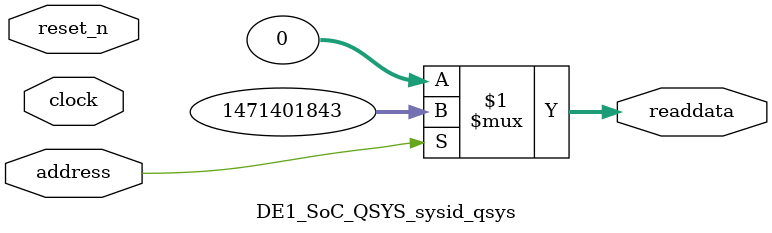
<source format=v>



// synthesis translate_off
`timescale 1ns / 1ps
// synthesis translate_on

// turn off superfluous verilog processor warnings 
// altera message_level Level1 
// altera message_off 10034 10035 10036 10037 10230 10240 10030 

module DE1_SoC_QSYS_sysid_qsys (
               // inputs:
                address,
                clock,
                reset_n,

               // outputs:
                readdata
             )
;

  output  [ 31: 0] readdata;
  input            address;
  input            clock;
  input            reset_n;

  wire    [ 31: 0] readdata;
  //control_slave, which is an e_avalon_slave
  assign readdata = address ? 1471401843 : 0;

endmodule



</source>
